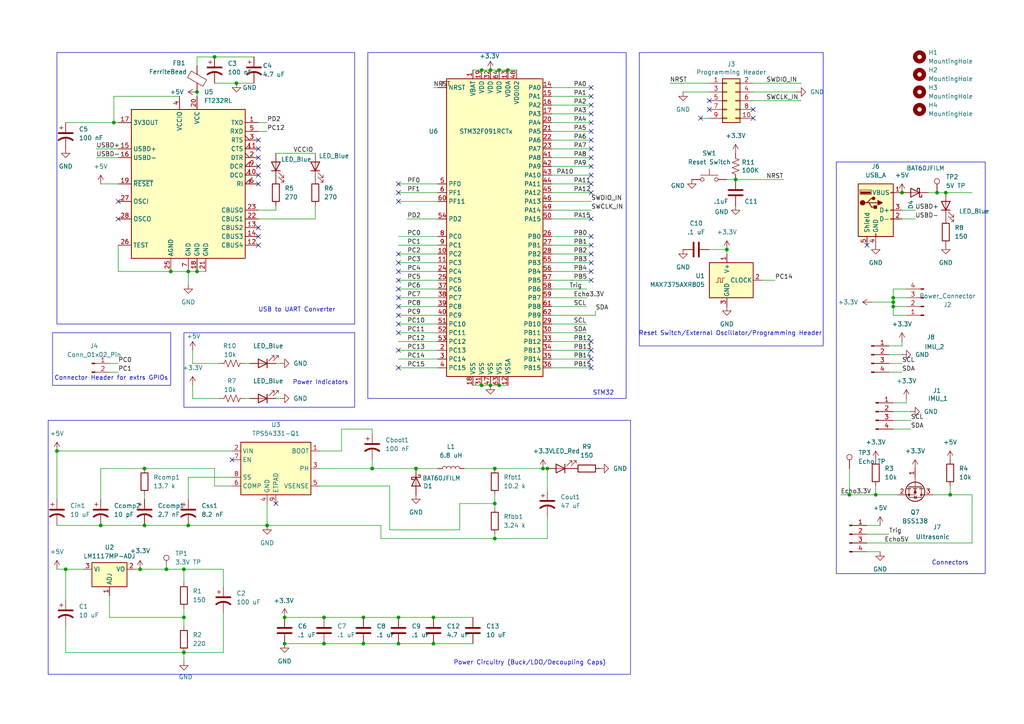
<source format=kicad_sch>
(kicad_sch (version 20231120) (generator "eeschema") (generator_version "8.0")
  (paper "A4")
  (junction (at 254 143.51))
  (junction (at 144.78 20.32))
  (junction (at 105.41 179.07))
  (junction (at 246.38 143.51))
  (junction (at 53.34 179.07))
  (junction (at 274.32 55.88))
  (junction (at 261.62 55.88))
  (junction (at 259.08 88.9))
  (junction (at 275.59 143.51))
  (junction (at 143.51 156.21))
  (junction (at 213.36 52.07))
  (junction (at 57.15 26.67))
  (junction (at 115.57 186.69))
  (junction (at 41.91 152.4))
  (junction (at 53.34 165.1))
  (junction (at 77.47 152.4))
  (junction (at 53.34 189.23))
  (junction (at 143.51 135.89))
  (junction (at 259.08 87.63))
  (junction (at 48.26 165.1))
  (junction (at 57.15 78.74))
  (junction (at 54.61 152.4))
  (junction (at 157.48 135.89))
  (junction (at 62.23 16.51))
  (junction (at 259.08 86.36))
  (junction (at 142.24 20.32))
  (junction (at 49.53 78.74))
  (junction (at 139.7 20.32))
  (junction (at 68.58 24.13))
  (junction (at 105.41 186.69))
  (junction (at 29.21 152.4))
  (junction (at 158.75 135.89))
  (junction (at 82.55 186.69))
  (junction (at 120.65 135.89))
  (junction (at 33.02 35.56))
  (junction (at 19.05 165.1))
  (junction (at 125.73 179.07))
  (junction (at 16.51 130.81))
  (junction (at 40.64 165.1))
  (junction (at 41.91 135.89))
  (junction (at 142.24 111.76))
  (junction (at 271.78 55.88))
  (junction (at 143.51 146.05))
  (junction (at 93.98 186.69))
  (junction (at 147.32 20.32))
  (junction (at 82.55 179.07))
  (junction (at 115.57 179.07))
  (junction (at 125.73 186.69))
  (junction (at 107.95 135.89))
  (junction (at 144.78 111.76))
  (junction (at 210.82 72.39))
  (junction (at 93.98 179.07))
  (junction (at 139.7 111.76))
  (junction (at 54.61 78.74))
  (no_connect (at 171.45 76.2))
  (no_connect (at 74.93 53.34))
  (no_connect (at 115.57 88.9))
  (no_connect (at 67.31 133.35))
  (no_connect (at 115.57 96.52))
  (no_connect (at 115.57 91.44))
  (no_connect (at 171.45 43.18))
  (no_connect (at 115.57 76.2))
  (no_connect (at 115.57 83.82))
  (no_connect (at 115.57 73.66))
  (no_connect (at 74.93 71.12))
  (no_connect (at 171.45 25.4))
  (no_connect (at 171.45 99.06))
  (no_connect (at 115.57 101.6))
  (no_connect (at 115.57 81.28))
  (no_connect (at 74.93 66.04))
  (no_connect (at 171.45 106.68))
  (no_connect (at 171.45 38.1))
  (no_connect (at 171.45 53.34))
  (no_connect (at 171.45 101.6))
  (no_connect (at 171.45 48.26))
  (no_connect (at 115.57 53.34))
  (no_connect (at 74.93 45.72))
  (no_connect (at 115.57 78.74))
  (no_connect (at 115.57 106.68))
  (no_connect (at 251.46 71.12))
  (no_connect (at 80.01 146.05))
  (no_connect (at 115.57 58.42))
  (no_connect (at 115.57 93.98))
  (no_connect (at 171.45 55.88))
  (no_connect (at 34.29 58.42))
  (no_connect (at 34.29 63.5))
  (no_connect (at 218.44 34.29))
  (no_connect (at 218.44 31.75))
  (no_connect (at 171.45 104.14))
  (no_connect (at 171.45 40.64))
  (no_connect (at 74.93 68.58))
  (no_connect (at 115.57 55.88))
  (no_connect (at 74.93 48.26))
  (no_connect (at 171.45 35.56))
  (no_connect (at 205.74 29.21))
  (no_connect (at 203.2 34.29))
  (no_connect (at 171.45 81.28))
  (no_connect (at 171.45 63.5))
  (no_connect (at 171.45 73.66))
  (no_connect (at 74.93 43.18))
  (no_connect (at 171.45 71.12))
  (no_connect (at 115.57 86.36))
  (no_connect (at 171.45 45.72))
  (no_connect (at 171.45 68.58))
  (no_connect (at 171.45 33.02))
  (no_connect (at 171.45 50.8))
  (no_connect (at 74.93 50.8))
  (no_connect (at 171.45 27.94))
  (no_connect (at 205.74 31.75))
  (no_connect (at 171.45 30.48))
  (no_connect (at 171.45 78.74))
  (no_connect (at 74.93 40.64))
  (wire (pts (xy 57.15 16.51) (xy 57.15 19.05)))
  (wire (pts (xy 55.88 111.76) (xy 55.88 115.57)))
  (wire (pts (xy 259.08 86.36) (xy 259.08 87.63)))
  (wire (pts (xy 264.16 124.46) (xy 259.08 124.46)))
  (wire (pts (xy 133.35 146.05) (xy 143.51 146.05)))
  (wire (pts (xy 261.62 99.06) (xy 261.62 100.33)))
  (wire (pts (xy 157.48 135.89) (xy 158.75 135.89)))
  (wire (pts (xy 218.44 29.21) (xy 232.41 29.21)))
  (wire (pts (xy 34.29 78.74) (xy 49.53 78.74)))
  (wire (pts (xy 62.23 135.89) (xy 62.23 140.97)))
  (wire (pts (xy 16.51 130.81) (xy 16.51 144.78)))
  (wire (pts (xy 54.61 152.4) (xy 77.47 152.4)))
  (wire (pts (xy 265.43 60.96) (xy 261.62 60.96)))
  (wire (pts (xy 259.08 83.82) (xy 259.08 86.36)))
  (wire (pts (xy 210.82 52.07) (xy 213.36 52.07)))
  (wire (pts (xy 80.01 59.69) (xy 80.01 60.96)))
  (wire (pts (xy 252.73 87.63) (xy 259.08 87.63)))
  (wire (pts (xy 160.02 106.68) (xy 171.45 106.68)))
  (wire (pts (xy 274.32 55.88) (xy 281.94 55.88)))
  (wire (pts (xy 198.12 26.67) (xy 205.74 26.67)))
  (wire (pts (xy 160.02 58.42) (xy 171.45 58.42)))
  (wire (pts (xy 259.08 119.38) (xy 264.16 119.38)))
  (wire (pts (xy 41.91 143.51) (xy 41.91 144.78)))
  (wire (pts (xy 257.81 100.33) (xy 261.62 100.33)))
  (wire (pts (xy 19.05 165.1) (xy 24.13 165.1)))
  (wire (pts (xy 144.78 111.76) (xy 147.32 111.76)))
  (wire (pts (xy 62.23 16.51) (xy 73.66 16.51)))
  (wire (pts (xy 220.98 81.28) (xy 224.79 81.28)))
  (wire (pts (xy 41.91 152.4) (xy 54.61 152.4)))
  (wire (pts (xy 54.61 78.74) (xy 54.61 82.55)))
  (wire (pts (xy 39.37 165.1) (xy 40.64 165.1)))
  (wire (pts (xy 40.64 165.1) (xy 48.26 165.1)))
  (wire (pts (xy 125.73 25.4) (xy 127 25.4)))
  (wire (pts (xy 115.57 186.69) (xy 125.73 186.69)))
  (wire (pts (xy 160.02 25.4) (xy 171.45 25.4)))
  (wire (pts (xy 160.02 76.2) (xy 171.45 76.2)))
  (wire (pts (xy 160.02 55.88) (xy 171.45 55.88)))
  (wire (pts (xy 49.53 78.74) (xy 54.61 78.74)))
  (wire (pts (xy 72.39 115.57) (xy 71.12 115.57)))
  (wire (pts (xy 160.02 81.28) (xy 171.45 81.28)))
  (wire (pts (xy 31.75 107.95) (xy 34.29 107.95)))
  (wire (pts (xy 115.57 58.42) (xy 127 58.42)))
  (wire (pts (xy 92.71 135.89) (xy 107.95 135.89)))
  (wire (pts (xy 81.28 115.57) (xy 80.01 115.57)))
  (wire (pts (xy 127 93.98) (xy 115.57 93.98)))
  (wire (pts (xy 160.02 60.96) (xy 171.45 60.96)))
  (wire (pts (xy 107.95 135.89) (xy 120.65 135.89)))
  (wire (pts (xy 139.7 20.32) (xy 142.24 20.32)))
  (wire (pts (xy 264.16 121.92) (xy 259.08 121.92)))
  (wire (pts (xy 143.51 146.05) (xy 143.51 147.32)))
  (wire (pts (xy 142.24 20.32) (xy 144.78 20.32)))
  (wire (pts (xy 16.51 165.1) (xy 19.05 165.1)))
  (wire (pts (xy 54.61 78.74) (xy 57.15 78.74)))
  (wire (pts (xy 139.7 111.76) (xy 142.24 111.76)))
  (wire (pts (xy 105.41 179.07) (xy 115.57 179.07)))
  (wire (pts (xy 107.95 124.46) (xy 107.95 125.73)))
  (wire (pts (xy 19.05 165.1) (xy 19.05 173.99)))
  (wire (pts (xy 269.24 55.88) (xy 271.78 55.88)))
  (wire (pts (xy 41.91 135.89) (xy 29.21 135.89)))
  (wire (pts (xy 62.23 24.13) (xy 68.58 24.13)))
  (wire (pts (xy 127 68.58) (xy 115.57 68.58)))
  (wire (pts (xy 113.03 140.97) (xy 113.03 153.67)))
  (wire (pts (xy 144.78 20.32) (xy 147.32 20.32)))
  (wire (pts (xy 160.02 68.58) (xy 171.45 68.58)))
  (wire (pts (xy 41.91 135.89) (xy 62.23 135.89)))
  (wire (pts (xy 160.02 43.18) (xy 171.45 43.18)))
  (wire (pts (xy 262.89 115.57) (xy 262.89 116.84)))
  (wire (pts (xy 127 104.14) (xy 115.57 104.14)))
  (wire (pts (xy 31.75 105.41) (xy 34.29 105.41)))
  (wire (pts (xy 205.74 72.39) (xy 210.82 72.39)))
  (wire (pts (xy 275.59 143.51) (xy 281.94 143.51)))
  (wire (pts (xy 77.47 152.4) (xy 110.49 152.4)))
  (wire (pts (xy 160.02 104.14) (xy 171.45 104.14)))
  (wire (pts (xy 137.16 111.76) (xy 139.7 111.76)))
  (wire (pts (xy 172.72 90.17) (xy 172.72 91.44)))
  (wire (pts (xy 259.08 88.9) (xy 259.08 91.44)))
  (wire (pts (xy 261.62 63.5) (xy 265.43 63.5)))
  (wire (pts (xy 218.44 24.13) (xy 232.41 24.13)))
  (wire (pts (xy 67.31 130.81) (xy 16.51 130.81)))
  (wire (pts (xy 158.75 149.86) (xy 158.75 156.21)))
  (wire (pts (xy 29.21 135.89) (xy 29.21 144.78)))
  (wire (pts (xy 92.71 140.97) (xy 113.03 140.97)))
  (wire (pts (xy 160.02 33.02) (xy 171.45 33.02)))
  (wire (pts (xy 125.73 179.07) (xy 137.16 179.07)))
  (wire (pts (xy 118.11 63.5) (xy 127 63.5)))
  (wire (pts (xy 160.02 86.36) (xy 170.18 86.36)))
  (wire (pts (xy 160.02 48.26) (xy 171.45 48.26)))
  (wire (pts (xy 53.34 165.1) (xy 64.77 165.1)))
  (wire (pts (xy 115.57 99.06) (xy 127 99.06)))
  (wire (pts (xy 127 81.28) (xy 115.57 81.28)))
  (wire (pts (xy 64.77 177.8) (xy 64.77 189.23)))
  (wire (pts (xy 91.44 63.5) (xy 74.93 63.5)))
  (wire (pts (xy 251.46 157.48) (xy 281.94 157.48)))
  (wire (pts (xy 127 71.12) (xy 115.57 71.12)))
  (wire (pts (xy 127 73.66) (xy 115.57 73.66)))
  (wire (pts (xy 257.81 107.95) (xy 261.62 107.95)))
  (wire (pts (xy 205.74 24.13) (xy 194.31 24.13)))
  (wire (pts (xy 160.02 91.44) (xy 172.72 91.44)))
  (wire (pts (xy 93.98 179.07) (xy 105.41 179.07)))
  (wire (pts (xy 127 55.88) (xy 115.57 55.88)))
  (wire (pts (xy 29.21 53.34) (xy 34.29 53.34)))
  (wire (pts (xy 160.02 45.72) (xy 171.45 45.72)))
  (wire (pts (xy 243.84 143.51) (xy 246.38 143.51)))
  (wire (pts (xy 125.73 186.69) (xy 137.16 186.69)))
  (wire (pts (xy 160.02 99.06) (xy 171.45 99.06)))
  (wire (pts (xy 27.94 45.72) (xy 34.29 45.72)))
  (wire (pts (xy 160.02 78.74) (xy 171.45 78.74)))
  (wire (pts (xy 53.34 189.23) (xy 53.34 191.77)))
  (wire (pts (xy 27.94 43.18) (xy 34.29 43.18)))
  (wire (pts (xy 113.03 153.67) (xy 133.35 153.67)))
  (wire (pts (xy 93.98 186.69) (xy 105.41 186.69)))
  (wire (pts (xy 160.02 63.5) (xy 171.45 63.5)))
  (wire (pts (xy 127 88.9) (xy 115.57 88.9)))
  (wire (pts (xy 259.08 86.36) (xy 262.89 86.36)))
  (wire (pts (xy 19.05 189.23) (xy 53.34 189.23)))
  (wire (pts (xy 33.02 35.56) (xy 33.02 27.94)))
  (wire (pts (xy 127 53.34) (xy 115.57 53.34)))
  (wire (pts (xy 254 143.51) (xy 260.35 143.51)))
  (wire (pts (xy 160.02 71.12) (xy 171.45 71.12)))
  (wire (pts (xy 74.93 38.1) (xy 77.47 38.1)))
  (wire (pts (xy 158.75 135.89) (xy 158.75 142.24)))
  (wire (pts (xy 80.01 60.96) (xy 74.93 60.96)))
  (wire (pts (xy 281.94 143.51) (xy 281.94 157.48)))
  (wire (pts (xy 34.29 71.12) (xy 34.29 78.74)))
  (wire (pts (xy 160.02 53.34) (xy 171.45 53.34)))
  (wire (pts (xy 68.58 24.13) (xy 73.66 24.13)))
  (wire (pts (xy 53.34 165.1) (xy 53.34 168.91)))
  (wire (pts (xy 259.08 83.82) (xy 262.89 83.82)))
  (wire (pts (xy 251.46 152.4) (xy 255.27 152.4)))
  (wire (pts (xy 246.38 135.89) (xy 246.38 143.51)))
  (wire (pts (xy 127 96.52) (xy 115.57 96.52)))
  (wire (pts (xy 134.62 135.89) (xy 143.51 135.89)))
  (wire (pts (xy 64.77 165.1) (xy 64.77 170.18)))
  (wire (pts (xy 251.46 154.94) (xy 257.81 154.94)))
  (wire (pts (xy 110.49 152.4) (xy 110.49 156.21)))
  (wire (pts (xy 19.05 181.61) (xy 19.05 189.23)))
  (wire (pts (xy 158.75 156.21) (xy 143.51 156.21)))
  (wire (pts (xy 91.44 59.69) (xy 91.44 63.5)))
  (wire (pts (xy 82.55 179.07) (xy 93.98 179.07)))
  (wire (pts (xy 64.77 189.23) (xy 53.34 189.23)))
  (wire (pts (xy 127 78.74) (xy 115.57 78.74)))
  (wire (pts (xy 115.57 179.07) (xy 125.73 179.07)))
  (wire (pts (xy 160.02 27.94) (xy 171.45 27.94)))
  (wire (pts (xy 143.51 143.51) (xy 143.51 146.05)))
  (wire (pts (xy 127 91.44) (xy 115.57 91.44)))
  (wire (pts (xy 31.75 179.07) (xy 53.34 179.07)))
  (wire (pts (xy 120.65 135.89) (xy 127 135.89)))
  (wire (pts (xy 270.51 143.51) (xy 275.59 143.51)))
  (wire (pts (xy 53.34 179.07) (xy 53.34 181.61)))
  (wire (pts (xy 127 83.82) (xy 115.57 83.82)))
  (wire (pts (xy 160.02 50.8) (xy 171.45 50.8)))
  (wire (pts (xy 160.02 93.98) (xy 170.18 93.98)))
  (wire (pts (xy 143.51 135.89) (xy 157.48 135.89)))
  (wire (pts (xy 81.28 105.41) (xy 80.01 105.41)))
  (wire (pts (xy 53.34 176.53) (xy 53.34 179.07)))
  (wire (pts (xy 259.08 91.44) (xy 262.89 91.44)))
  (wire (pts (xy 92.71 130.81) (xy 99.06 130.81)))
  (wire (pts (xy 160.02 88.9) (xy 170.18 88.9)))
  (wire (pts (xy 74.93 35.56) (xy 77.47 35.56)))
  (wire (pts (xy 259.08 88.9) (xy 262.89 88.9)))
  (wire (pts (xy 63.5 115.57) (xy 55.88 115.57)))
  (wire (pts (xy 77.47 146.05) (xy 77.47 152.4)))
  (wire (pts (xy 29.21 152.4) (xy 41.91 152.4)))
  (wire (pts (xy 19.05 35.56) (xy 33.02 35.56)))
  (wire (pts (xy 213.36 52.07) (xy 227.33 52.07)))
  (wire (pts (xy 105.41 186.69) (xy 115.57 186.69)))
  (wire (pts (xy 259.08 87.63) (xy 259.08 88.9)))
  (wire (pts (xy 127 86.36) (xy 115.57 86.36)))
  (wire (pts (xy 143.51 156.21) (xy 143.51 154.94)))
  (wire (pts (xy 218.44 26.67) (xy 231.14 26.67)))
  (wire (pts (xy 80.01 44.45) (xy 91.44 44.45)))
  (wire (pts (xy 254 140.97) (xy 254 143.51)))
  (wire (pts (xy 67.31 138.43) (xy 54.61 138.43)))
  (wire (pts (xy 82.55 186.69) (xy 93.98 186.69)))
  (wire (pts (xy 63.5 105.41) (xy 55.88 105.41)))
  (wire (pts (xy 271.78 55.88) (xy 274.32 55.88)))
  (wire (pts (xy 205.74 34.29) (xy 203.2 34.29)))
  (wire (pts (xy 62.23 16.51) (xy 57.15 16.51)))
  (wire (pts (xy 33.02 35.56) (xy 34.29 35.56)))
  (wire (pts (xy 160.02 30.48) (xy 171.45 30.48)))
  (wire (pts (xy 160.02 40.64) (xy 171.45 40.64)))
  (wire (pts (xy 62.23 140.97) (xy 67.31 140.97)))
  (wire (pts (xy 160.02 83.82) (xy 170.18 83.82)))
  (wire (pts (xy 259.08 116.84) (xy 262.89 116.84)))
  (wire (pts (xy 57.15 26.67) (xy 57.15 27.94)))
  (wire (pts (xy 31.75 172.72) (xy 31.75 179.07)))
  (wire (pts (xy 16.51 152.4) (xy 29.21 152.4)))
  (wire (pts (xy 160.02 101.6) (xy 171.45 101.6)))
  (wire (pts (xy 246.38 143.51) (xy 254 143.51)))
  (wire (pts (xy 55.88 101.6) (xy 55.88 105.41)))
  (wire (pts (xy 257.81 105.41) (xy 261.62 105.41)))
  (wire (pts (xy 275.59 143.51) (xy 275.59 140.97)))
  (wire (pts (xy 57.15 78.74) (xy 59.69 78.74)))
  (wire (pts (xy 142.24 111.76) (xy 144.78 111.76)))
  (wire (pts (xy 99.06 130.81) (xy 99.06 124.46)))
  (wire (pts (xy 107.95 133.35) (xy 107.95 135.89)))
  (wire (pts (xy 110.49 156.21) (xy 143.51 156.21)))
  (wire (pts (xy 257.81 102.87) (xy 261.62 102.87)))
  (wire (pts (xy 133.35 153.67) (xy 133.35 146.05)))
  (wire (pts (xy 251.46 160.02) (xy 255.27 160.02)))
  (wire (pts (xy 147.32 20.32) (xy 149.86 20.32)))
  (wire (pts (xy 137.16 20.32) (xy 139.7 20.32)))
  (wire (pts (xy 54.61 138.43) (xy 54.61 144.78)))
  (wire (pts (xy 127 76.2) (xy 115.57 76.2)))
  (wire (pts (xy 160.02 96.52) (xy 170.18 96.52)))
  (wire (pts (xy 160.02 73.66) (xy 171.45 73.66)))
  (wire (pts (xy 127 101.6) (xy 115.57 101.6)))
  (wire (pts (xy 48.26 165.1) (xy 53.34 165.1)))
  (wire (pts (xy 72.39 105.41) (xy 71.12 105.41)))
  (wire (pts (xy 160.02 38.1) (xy 171.45 38.1)))
  (wire (pts (xy 127 106.68) (xy 115.57 106.68)))
  (wire (pts (xy 160.02 35.56) (xy 171.45 35.56)))
  (wire (pts (xy 99.06 124.46) (xy 107.95 124.46)))
  (wire (pts (xy 33.02 27.94) (xy 52.07 27.94)))
  (wire (pts (xy 210.82 72.39) (xy 210.82 73.66)))
  (rectangle (start 16.51 15.24) (end 102.87 93.98))
  (rectangle (start 13.97 121.92) (end 182.88 195.58))
  (rectangle (start 15.24 96.52) (end 49.53 111.76))
  (rectangle (start 185.42 15.24) (end 238.76 100.33))
  (rectangle (start 242.57 46.99) (end 285.75 166.37))
  (rectangle (start 106.68 15.24) (end 181.61 115.57))
  (rectangle (start 53.34 96.52) (end 102.87 118.11))
  (text "STM32" (at 175.006 114.046 0) (effects (font (size 1.27 1.27))))
  (text "USB to UART Converter" (at 86.106 89.916 0) (effects (font (size 1.27 1.27))))
  (text "Power Circuitry (Buck/LDO/Decoupling Caps)" (at 153.67 192.278 0) (effects (font (size 1.27 1.27))))
  (text "Reset Switch/External Oscillator/Programming Header" (at 211.836 96.774 0) (effects (font (size 1.27 1.27))))
  (text "Connectors" (at 275.59 163.322 0) (effects (font (size 1.27 1.27))))
  (text "Connector Header for extrs GPIOs" (at 32.258 109.728 0) (effects (font (size 1.27 1.27))))
  (text "Power Indicators" (at 92.964 110.998 0) (effects (font (size 1.27 1.27))))
  (label "PA12" (at 166.37 55.88 0))
  (label "PA3" (at 166.37 33.02 0))
  (label "PC2" (at 118.11 73.66 0))
  (label "PA2" (at 166.37 30.48 0))
  (label "PB1" (at 166.37 71.12 0))
  (label "Trig" (at 165.1 83.82 0))
  (label "PC15" (at 118.11 106.68 0))
  (label "PB2" (at 166.37 73.66 0))
  (label "SCL" (at 264.16 121.92 0))
  (label "PC11" (at 118.11 96.52 0))
  (label "PC1" (at 118.11 71.12 0))
  (label "PC4" (at 118.11 78.74 0))
  (label "PC13" (at 118.11 101.6 0))
  (label "SWDIO_IN" (at 222.25 24.13 0))
  (label "PA5" (at 166.37 38.1 0))
  (label "PC7" (at 118.11 86.36 0))
  (label "PC5" (at 118.11 81.28 0))
  (label "PC12" (at 118.11 99.06 0))
  (label "PC10" (at 118.11 93.98 0))
  (label "SWCLK_IN" (at 171.45 60.96 0))
  (label "PF1" (at 118.11 55.88 0))
  (label "PC1" (at 34.29 107.95 0))
  (label "PC0" (at 118.11 68.58 0))
  (label "PC0" (at 34.29 105.41 0))
  (label "PC8" (at 118.11 88.9 0))
  (label "PB14" (at 166.37 104.14 0))
  (label "PA1" (at 166.37 27.94 0))
  (label "PF0" (at 118.11 53.34 0))
  (label "USBD+" (at 265.43 60.96 0))
  (label "PA9" (at 166.37 48.26 0))
  (label "Echo3.3V" (at 166.37 86.36 0))
  (label "PB0" (at 166.37 68.58 0))
  (label "PC3" (at 118.11 76.2 0))
  (label "PB3" (at 166.37 76.2 0))
  (label "NRST" (at 125.73 25.4 0))
  (label "PC14" (at 118.11 104.14 0))
  (label "USBD-" (at 27.94 45.72 0))
  (label "PB5" (at 166.37 81.28 0))
  (label "SDA" (at 261.62 107.95 0))
  (label "SCL" (at 261.62 105.41 0))
  (label "PC9" (at 118.11 91.44 0))
  (label "PA8" (at 166.37 45.72 0))
  (label "SCL" (at 166.37 93.98 0))
  (label "Echo3.3V" (at 243.84 143.51 0))
  (label "SCL" (at 166.37 88.9 0))
  (label "PB4" (at 166.37 78.74 0))
  (label "PD2" (at 118.11 63.5 0))
  (label "PA10" (at 166.37 50.8 180))
  (label "Trig" (at 257.81 154.94 0))
  (label "SWDIO_IN" (at 171.45 58.42 0))
  (label "PB15" (at 166.37 106.68 0))
  (label "PB12" (at 166.37 99.06 0))
  (label "PB13" (at 166.37 101.6 0))
  (label "PD2" (at 77.47 35.56 0))
  (label "PA4" (at 166.37 35.56 0))
  (label "SDA" (at 172.72 90.17 0))
  (label "NRST" (at 194.31 24.13 0))
  (label "PC14" (at 224.79 81.28 0))
  (label "PC12" (at 77.47 38.1 0))
  (label "PC6" (at 118.11 83.82 0))
  (label "PA11" (at 166.37 53.34 0))
  (label "NRST" (at 222.25 52.07 0))
  (label "SWCLK_IN" (at 222.25 29.21 0))
  (label "PA15" (at 166.37 63.5 0))
  (label "PA6" (at 166.37 40.64 0))
  (label "USBD+" (at 27.94 43.18 0))
  (label "SDA" (at 264.16 124.46 0))
  (label "VCCIO" (at 85.09 44.45 0))
  (label "PA7" (at 166.37 43.18 0))
  (label "USBD-" (at 265.43 63.5 0))
  (label "SDA" (at 166.37 96.52 0))
  (label "PA0" (at 166.37 25.4 0))
  (label "Echo5V" (at 256.54 157.48 0))
  (symbol (lib_id "Device:C") (at 93.98 182.88 0) (unit 1)
    (property "Reference" "C7" (at 97.79 181.6099 0) (effects (justify left)))
    (property "Value" ".1 uF" (at 97.79 184.1499 0) (effects (justify left)))
    (property "Footprint" "Capacitor_SMD:C_1206_3216Metric_Pad1.33x1.80mm_HandSolder" (effects (hide yes)))
    (property "Description" "Unpolarized capacitor" (effects (hide yes)))
  )
  (symbol (lib_id "Device:R") (at 91.44 55.88 0) (unit 1)
    (property "Reference" "R6" (at 93.98 54.6099 0) (effects (justify left)))
    (property "Value" "270" (at 93.98 57.1499 0) (effects (justify left)))
    (property "Footprint" "Capacitor_SMD:C_0805_2012Metric_Pad1.18x1.45mm_HandSolder" (effects (hide yes)))
    (property "Description" "Resistor" (effects (hide yes)))
  )
  (symbol (lib_id "power:GND") (at 81.28 105.41 90) (unit 1)
    (property "Reference" "#PWR034" (effects (hide yes)))
    (property "Value" "GND" (at 85.09 105.4099 90) (effects (justify right)))
    (property "Description" "Power symbol creates a global label with name \"GND\" , ground" (effects (hide yes)))
  )
  (symbol (lib_id "Device:C_Polarized_US") (at 158.75 146.05 0) (unit 1)
    (property "Reference" "Cout1" (at 162.56 144.1449 0) (effects (justify left)))
    (property "Value" "47 uF" (at 162.56 146.6849 0) (effects (justify left)))
  )
  (symbol (lib_id "Regulator_Linear:LM1117MP-ADJ") (at 31.75 165.1 0) (unit 1)
    (property "Reference" "U2" (at 31.75 158.75 0))
    (property "Value" "LM1117MP-ADJ" (at 31.75 161.29 0))
    (property "Footprint" "Package_TO_SOT_SMD:SOT-223-3_TabPin2" (effects (hide yes)))
    (property "Datasheet" "http://www.ti.com/lit/ds/symlink/lm1117.pdf" (effects (hide yes)))
    (property "Description" "800mA Low-Dropout Linear Regulator, adjustable output, SOT-223" (effects (hide yes)))
  )
  (symbol (lib_id "Device:C_Polarized_US") (at 19.05 39.37 0) (unit 1)
    (property "Reference" "C5" (at 22.86 37.4649 0) (effects (justify left)))
    (property "Value" "100 nF" (at 22.86 40.0049 0) (effects (justify left)))
    (property "Footprint" "Capacitor_SMD:C_1206_3216Metric_Pad1.33x1.80mm_HandSolder" (effects (hide yes)))
  )
  (symbol (lib_id "power:GND") (at 198.12 72.39 0) (unit 1)
    (property "Reference" "#PWR018" (effects (hide yes)))
    (property "Value" "GND" (at 198.12 77.47 0))
    (property "Description" "Power symbol creates a global label with name \"GND\" , ground" (effects (hide yes)))
  )
  (symbol (lib_id "power:+3.3V") (at 210.82 72.39 0) (unit 1)
    (property "Reference" "#PWR015" (effects (hide yes)))
    (property "Value" "+3.3V" (at 210.82 67.31 0))
    (property "Description" "Power symbol creates a global label with name \"+3.3V\"" (effects (hide yes)))
  )
  (symbol (lib_id "Device:C") (at 105.41 182.88 0) (unit 1)
    (property "Reference" "C8" (at 109.22 181.6099 0) (effects (justify left)))
    (property "Value" ".1 uF" (at 109.22 184.1499 0) (effects (justify left)))
    (property "Footprint" "Capacitor_SMD:C_1206_3216Metric_Pad1.33x1.80mm_HandSolder" (effects (hide yes)))
    (property "Description" "Unpolarized capacitor" (effects (hide yes)))
  )
  (symbol (lib_id "power:+3.3V") (at 82.55 179.07 0) (unit 1)
    (property "Reference" "#PWR020" (effects (hide yes)))
    (property "Value" "+3.3V" (at 82.296 174.244 0))
    (property "Description" "Power symbol creates a global label with name \"+3.3V\"" (effects (hide yes)))
  )
  (symbol (lib_id "power:+5V") (at 16.51 165.1 0) (unit 1)
    (property "Reference" "#PWR014" (effects (hide yes)))
    (property "Value" "+5V" (at 16.51 160.02 0))
    (property "Description" "Power symbol creates a global label with name \"+5V\"" (effects (hide yes)))
  )
  (symbol (lib_id "Device:C_Polarized_US") (at 16.51 148.59 0) (unit 1)
    (property "Reference" "Cin1" (at 20.32 146.6849 0) (effects (justify left)))
    (property "Value" "10 uF" (at 20.32 149.2249 0) (effects (justify left)))
    (property "Footprint" "Capacitor_SMD:C_1206_3216Metric_Pad1.33x1.80mm_HandSolder" (effects (hide yes)))
  )
  (symbol (lib_id "power:+3.3V") (at 157.48 135.89 0) (unit 1)
    (property "Reference" "#PWR09" (effects (hide yes)))
    (property "Value" "+3.3V" (at 157.48 130.81 0))
    (property "Description" "Power symbol creates a global label with name \"+3.3V\"" (effects (hide yes)))
  )
  (symbol (lib_id "Device:D_Schottky") (at 265.43 55.88 180) (unit 1)
    (property "Reference" "D4" (at 264.16 60.706 90) (effects (justify right)))
    (property "Value" "BAT60JFILM" (at 262.89 48.768 0) (effects (justify right)))
    (property "Footprint" "Diode_SMD:D_0805_2012Metric_Pad1.15x1.40mm_HandSolder" (effects (hide yes)))
    (property "Description" "Schottky diode" (effects (hide yes)))
  )
  (symbol (lib_id "Device:C") (at 137.16 182.88 0) (unit 1)
    (property "Reference" "C13" (at 140.97 181.6099 0) (effects (justify left)))
    (property "Value" "10 uF" (at 140.97 184.1499 0) (effects (justify left)))
    (property "Footprint" "Capacitor_SMD:C_1206_3216Metric_Pad1.33x1.80mm_HandSolder" (effects (hide yes)))
    (property "Description" "Unpolarized capacitor" (effects (hide yes)))
  )
  (symbol (lib_id "power:GND") (at 54.61 82.55 0) (unit 1)
    (property "Reference" "#PWR0105" (effects (hide yes)))
    (property "Value" "GND" (at 54.61 87.63 0))
    (property "Description" "Power symbol creates a global label with name \"GND\" , ground" (effects (hide yes)))
  )
  (symbol (lib_id "power:+5V") (at 29.21 53.34 0) (unit 1)
    (property "Reference" "#PWR012" (effects (hide yes)))
    (property "Value" "+5V" (at 29.21 48.26 0))
    (property "Description" "Power symbol creates a global label with name \"+5V\"" (effects (hide yes)))
  )
  (symbol (lib_id "power:+5V") (at 255.27 152.4 0) (unit 1)
    (property "Reference" "#PWR011" (effects (hide yes)))
    (property "Value" "+5V" (at 255.27 147.32 0))
    (property "Description" "Power symbol creates a global label with name \"+5V\"" (effects (hide yes)))
  )
  (symbol (lib_id "Switch:SW_Push") (at 205.74 52.07 0) (unit 1)
    (property "Reference" "SW1" (at 205.74 44.45 0))
    (property "Value" "Reset Switch" (at 205.74 46.99 0))
    (property "Footprint" "Button_Switch_SMD:SW_SPST_PTS645" (effects (hide yes)))
    (property "Description" "Push button switch, generic, two pins" (effects (hide yes)))
  )
  (symbol (lib_id "power:+5V") (at 55.88 101.6 0) (unit 1)
    (property "Reference" "#PWR019" (effects (hide yes)))
    (property "Value" "+5V" (at 54.102 97.536 0) (effects (justify left)))
    (property "Description" "Power symbol creates a global label with name \"+5V\"" (effects (hide yes)))
  )
  (symbol (lib_name "BSS138_1") (lib_id "Transistor_FET:BSS138") (at 265.43 140.97 270) (unit 1)
    (property "Reference" "Q7" (at 265.43 148.59 90))
    (property "Value" "BSS138" (at 265.43 151.13 90))
    (property "Footprint" "Package_TO_SOT_SMD:SOT-23" (effects (hide yes)))
    (property "Datasheet" "https://www.onsemi.com/pub/Collateral/BSS138-D.PDF" (effects (hide yes)))
    (property "Description" "50V Vds, 0.22A Id, N-Channel MOSFET, SOT-23" (effects (hide yes)))
  )
  (symbol (lib_id "power:GND") (at 255.27 160.02 0) (unit 1)
    (property "Reference" "#PWR033" (effects (hide yes)))
    (property "Value" "GND" (at 255.27 165.1 0))
    (property "Description" "Power symbol creates a global label with name \"GND\" , ground" (effects (hide yes)))
  )
  (symbol (lib_id "Device:C_Polarized_US") (at 54.61 148.59 0) (unit 1)
    (property "Reference" "Css1" (at 58.42 146.6849 0) (effects (justify left)))
    (property "Value" "8.2 nF" (at 58.42 149.2249 0) (effects (justify left)))
    (property "Footprint" "Capacitor_SMD:C_1206_3216Metric_Pad1.33x1.80mm_HandSolder" (effects (hide yes)))
  )
  (symbol (lib_id "Device:R_US") (at 67.31 105.41 270) (unit 1)
    (property "Reference" "R10" (at 68.58 100.33 90) (effects (justify right)))
    (property "Value" "10k" (at 68.58 102.87 90) (effects (justify right)))
    (property "Footprint" "Resistor_SMD:R_0805_2012Metric_Pad1.20x1.40mm_HandSolder" (effects (hide yes)))
  )
  (symbol (lib_id "power:GND") (at 82.55 186.69 0) (unit 1)
    (property "Reference" "#PWR021" (effects (hide yes)))
    (property "Value" "GND" (at 82.55 191.77 0))
    (property "Description" "Power symbol creates a global label with name \"GND\" , ground" (effects (hide yes)))
  )
  (symbol (lib_id "Device:C") (at 115.57 182.88 0) (unit 1)
    (property "Reference" "C9" (at 119.38 181.6099 0) (effects (justify left)))
    (property "Value" ".1 uF" (at 119.38 184.1499 0) (effects (justify left)))
    (property "Footprint" "Capacitor_SMD:C_1206_3216Metric_Pad1.33x1.80mm_HandSolder" (effects (hide yes)))
    (property "Description" "Unpolarized capacitor" (effects (hide yes)))
  )
  (symbol (lib_id "Device:R_US") (at 67.31 115.57 270) (unit 1)
    (property "Reference" "R7" (at 68.58 110.49 90) (effects (justify right)))
    (property "Value" "10k" (at 68.58 113.03 90) (effects (justify right)))
    (property "Footprint" "Resistor_SMD:R_0805_2012Metric_Pad1.20x1.40mm_HandSolder" (effects (hide yes)))
  )
  (symbol (lib_id "Device:R") (at 53.34 185.42 0) (unit 1)
    (property "Reference" "R2" (at 55.88 184.1499 0) (effects (justify left)))
    (property "Value" "220" (at 55.88 186.6899 0) (effects (justify left)))
    (property "Footprint" "Resistor_SMD:R_0805_2012Metric_Pad1.20x1.40mm_HandSolder" (effects (hide yes)))
  )
  (symbol (lib_id "power:GND") (at 198.12 26.67 0) (unit 1)
    (property "Reference" "#PWR06" (effects (hide yes)))
    (property "Value" "GND" (at 198.12 31.75 0))
    (property "Description" "Power symbol creates a global label with name \"GND\" , ground" (effects (hide yes)))
  )
  (symbol (lib_id "MCU_ST_STM32F0:STM32F091RCTx") (at 144.78 66.04 0) (unit 1)
    (property "Reference" "U6" (at 125.73 38.1 0))
    (property "Value" "STM32F091RCTx" (at 140.97 38.1 0))
    (property "Footprint" "Package_QFP:LQFP-64_10x10mm_P0.5mm" (effects (hide yes)))
    (property "Datasheet" "http://www.st.com/st-web-ui/static/active/en/resource/technical/document/datasheet/DM00115237.pdf" (effects (hide yes)))
  )
  (symbol (lib_id "Device:R_US") (at 213.36 48.26 0) (unit 1)
    (property "Reference" "R11" (at 215.0872 47.0916 0) (effects (justify left)))
    (property "Value" "100K" (at 215.0872 49.403 0) (effects (justify left)))
    (property "Footprint" "Resistor_SMD:R_0805_2012Metric_Pad1.20x1.40mm_HandSolder" (effects (hide yes)))
  )
  (symbol (lib_id "Device:R") (at 170.18 135.89 90) (unit 1)
    (property "Reference" "R9" (at 170.18 129.54 90))
    (property "Value" "150" (at 170.18 132.08 90))
    (property "Footprint" "Resistor_SMD:R_1206_3216Metric_Pad1.30x1.75mm_HandSolder" (effects (hide yes)))
    (property "Description" "Resistor" (effects (hide yes)))
  )
  (symbol (lib_id "power:GND") (at 261.62 102.87 90) (unit 1)
    (property "Reference" "#PWR031" (effects (hide yes)))
    (property "Value" "GND" (at 265.43 102.8699 90) (effects (justify right)))
    (property "Description" "Power symbol creates a global label with name \"GND\" , ground" (effects (hide yes)))
  )
  (symbol (lib_id "Mechanical:MountingHole") (at 266.7 16.51 0) (unit 1) (exclude_from_sim yes) (in_bom no)
    (property "Reference" "H1" (at 269.24 15.2399 0) (effects (justify left)))
    (property "Value" "MountingHole" (at 269.24 17.7799 0) (effects (justify left)))
    (property "Footprint" "MountingHole:MountingHole_2.2mm_M2" (effects (hide yes)))
    (property "Description" "Mounting Hole without connection" (effects (hide yes)))
  )
  (symbol (lib_id "power:+5V") (at 16.51 130.81 0) (unit 1)
    (property "Reference" "#PWR016" (effects (hide yes)))
    (property "Value" "+5V" (at 16.51 125.73 0))
    (property "Description" "Power symbol creates a global label with name \"+5V\"" (effects (hide yes)))
  )
  (symbol (lib_id "Device:LED") (at 80.01 48.26 90) (unit 1)
    (property "Reference" "D2" (effects (hide yes)))
    (property "Value" "LED_Blue" (at 81.534 46.228 90) (effects (justify right)))
    (property "Footprint" "LED_SMD:LED_0805_2012Metric_Pad1.15x1.40mm_HandSolder" (effects (hide yes)))
    (property "Description" "Light emitting diode" (effects (hide yes)))
  )
  (symbol (lib_id "Device:R") (at 80.01 55.88 0) (unit 1)
    (property "Reference" "R5" (at 82.55 54.6099 0) (effects (justify left)))
    (property "Value" "270" (at 82.55 57.1499 0) (effects (justify left)))
    (property "Footprint" "Resistor_SMD:R_0805_2012Metric_Pad1.20x1.40mm_HandSolder" (effects (hide yes)))
    (property "Description" "Resistor" (effects (hide yes)))
  )
  (symbol (lib_id "Connector:USB_A") (at 254 60.96 0) (unit 1)
    (property "Reference" "J6" (at 254 48.26 0))
    (property "Value" "USB_A" (at 254 50.8 0))
    (property "Description" "USB Type A connector" (effects (hide yes)))
  )
  (symbol (lib_id "Device:LED") (at 162.56 135.89 180) (unit 1)
    (property "Reference" "D7" (effects (hide yes)))
    (property "Value" "LED_Red" (at 164.1475 130.81 0))
    (property "Footprint" "LED_SMD:LED_0805_2012Metric_Pad1.15x1.40mm_HandSolder" (effects (hide yes)))
    (property "Description" "Light emitting diode" (effects (hide yes)))
  )
  (symbol (lib_id "power:GND") (at 231.14 26.67 90) (unit 1)
    (property "Reference" "#PWR035" (effects (hide yes)))
    (property "Value" "GND" (at 234.95 26.6699 90) (effects (justify right)))
    (property "Description" "Power symbol creates a global label with name \"GND\" , ground" (effects (hide yes)))
  )
  (symbol (lib_id "power:GND") (at 254 71.12 0) (unit 1)
    (property "Reference" "#PWR0106" (effects (hide yes)))
    (property "Value" "GND" (at 254 76.2 0))
    (property "Description" "Power symbol creates a global label with name \"GND\" , ground" (effects (hide yes)))
  )
  (symbol (lib_id "Device:R") (at 53.34 172.72 0) (unit 1)
    (property "Reference" "R1" (at 55.88 171.4499 0) (effects (justify left)))
    (property "Value" "150" (at 55.88 173.9899 0) (effects (justify left)))
    (property "Footprint" "Resistor_SMD:R_0805_2012Metric_Pad1.20x1.40mm_HandSolder" (effects (hide yes)))
  )
  (symbol (lib_id "Connector:Conn_01x04_Pin") (at 252.73 102.87 0) (unit 1)
    (property "Reference" "J8" (at 270.002 97.79 0))
    (property "Value" "IMU_2" (at 271.018 100.584 0))
    (property "Footprint" "Library:CONN_B4B-XH-A_JSTProject" (effects (hide yes)))
    (property "Description" "Generic connector, single row, 01x04, script generated" (effects (hide yes)))
  )
  (symbol (lib_id "Oscillator:MAX7375AXR805") (at 210.82 81.28 0) (unit 1)
    (property "Reference" "U1" (at 204.47 80.0099 0) (effects (justify right)))
    (property "Value" "MAX7375AXR805" (at 204.47 82.5499 0) (effects (justify right)))
    (property "Footprint" "Package_TO_SOT_SMD:SOT-323_SC-70" (effects (hide yes)))
    (property "Datasheet" "https://datasheets.maximintegrated.com/en/ds/MAX7375.pdf" (effects (hide yes)))
    (property "Description" "Silicon Clock Oscillator 8MHz, SC-70-3" (effects (hide yes)))
  )
  (symbol (lib_id "Device:L") (at 130.81 135.89 90) (unit 1)
    (property "Reference" "L1" (at 130.81 129.54 90))
    (property "Value" "6.8 uH" (at 130.81 132.08 90))
    (property "Footprint" "Inductor_SMD:L_1206_3216Metric" (effects (hide yes)))
  )
  (symbol (lib_id "Device:C_Polarized_US") (at 64.77 173.99 0) (unit 1)
    (property "Reference" "C2" (at 68.58 172.0849 0) (effects (justify left)))
    (property "Value" "100 uF" (at 68.58 174.6249 0) (effects (justify left)))
    (property "Footprint" "Capacitor_SMD:C_1206_3216Metric_Pad1.33x1.80mm_HandSolder" (effects (hide yes)))
  )
  (symbol (lib_id "Mechanical:MountingHole") (at 266.7 26.67 0) (unit 1) (exclude_from_sim yes) (in_bom no)
    (property "Reference" "H3" (at 269.24 25.3999 0) (effects (justify left)))
    (property "Value" "MountingHole" (at 269.24 27.9399 0) (effects (justify left)))
    (property "Footprint" "MountingHole:MountingHole_2.2mm_M2" (effects (hide yes)))
    (property "Description" "Mounting Hole without connection" (effects (hide yes)))
  )
  (symbol (lib_id "power:+5V") (at 275.59 133.35 0) (unit 1)
    (property "Reference" "#PWR08" (effects (hide yes)))
    (property "Value" "+5V" (at 275.59 128.27 0))
    (property "Description" "Power symbol creates a global label with name \"+5V\"" (effects (hide yes)))
  )
  (symbol (lib_id "power:+3.3V") (at 213.36 44.45 0) (unit 1)
    (property "Reference" "#PWR027" (effects (hide yes)))
    (property "Value" "+3.3V" (at 213.36 39.37 0))
    (property "Description" "Power symbol creates a global label with name \"+3.3V\"" (effects (hide yes)))
  )
  (symbol (lib_id "power:GND") (at 264.16 119.38 90) (unit 1)
    (property "Reference" "#PWR030" (effects (hide yes)))
    (property "Value" "GND" (at 267.97 119.3799 90) (effects (justify right)))
    (property "Description" "Power symbol creates a global label with name \"GND\" , ground" (effects (hide yes)))
  )
  (symbol (lib_id "power:GND") (at 81.28 115.57 90) (unit 1)
    (property "Reference" "#PWR025" (effects (hide yes)))
    (property "Value" "GND" (at 85.09 115.5699 90) (effects (justify right)))
    (property "Description" "Power symbol creates a global label with name \"GND\" , ground" (effects (hide yes)))
  )
  (symbol (lib_id "Regulator_Switching:TPS54336ADDA") (at 80.01 135.89 0) (unit 1)
    (property "Reference" "U3" (at 80.01 123.19 0))
    (property "Value" "TPS54331-Q1" (at 80.01 125.73 0))
    (property "Footprint" "Package_SO:TI_SO-PowerPAD-8_ThermalVias" (effects (hide yes)))
    (property "Datasheet" "http://www.ti.com/lit/ds/symlink/tps54336a.pdf" (effects (hide yes)))
    (property "Description" "4.5V to 28V Input, 3A, Synchronous Step-Down Converter with Eco-mode(tm)" (effects (hide yes)))
  )
  (symbol (lib_id "Device:C_Polarized_US") (at 41.91 148.59 0) (unit 1)
    (property "Reference" "Ccomp1" (at 45.72 146.6849 0) (effects (justify left)))
    (property "Value" "2.7 nF" (at 45.72 149.2249 0) (effects (justify left)))
    (property "Footprint" "Capacitor_SMD:C_1206_3216Metric_Pad1.33x1.80mm_HandSolder" (effects (hide yes)))
  )
  (symbol (lib_name "Conn_01x04_Pin_3") (lib_id "Connector:Conn_01x04_Pin") (at 267.97 88.9 180) (unit 1)
    (property "Reference" "J2" (at 274.828 88.392 0))
    (property "Value" "Power_Connector" (at 274.828 85.852 0))
    (property "Description" "Generic connector, single row, 01x04, script generated" (effects (hide yes)))
  )
  (symbol (lib_id "Device:D_Schottky") (at 120.65 139.7 270) (unit 1)
    (property "Reference" "D1" (at 125.476 140.97 90) (effects (justify right)))
    (property "Value" "BAT60JFILM" (at 133.604 138.684 90) (effects (justify right)))
    (property "Footprint" "Diode_SMD:D_0805_2012Metric_Pad1.15x1.40mm_HandSolder" (effects (hide yes)))
    (property "Description" "Schottky diode" (effects (hide yes)))
  )
  (symbol (lib_id "Device:LED") (at 274.32 59.69 90) (unit 1)
    (property "Reference" "D8" (effects (hide yes)))
    (property "Value" "LED_Blue" (at 278.13 61.2774 90) (effects (justify right)))
    (property "Footprint" "LED_SMD:LED_0805_2012Metric_Pad1.15x1.40mm_HandSolder" (effects (hide yes)))
    (property "Description" "Light emitting diode" (effects (hide yes)))
  )
  (symbol (lib_id "Mechanical:MountingHole") (at 266.7 21.59 0) (unit 1) (exclude_from_sim yes) (in_bom no)
    (property "Reference" "H2" (at 269.24 20.3199 0) (effects (justify left)))
    (property "Value" "MountingHole" (at 269.24 22.8599 0) (effects (justify left)))
    (property "Footprint" "MountingHole:MountingHole_2.2mm_M2" (effects (hide yes)))
    (property "Description" "Mounting Hole without connection" (effects (hide yes)))
  )
  (symbol (lib_id "Connector:TestPoint") (at 271.78 55.88 0) (unit 1)
    (property "Reference" "TP2" (at 274.32 51.3079 0) (effects (justify left)))
    (property "Value" "5V TP" (at 274.32 53.8479 0) (effects (justify left)))
    (property "Footprint" "TestPoint:TestPoint_Loop_D3.50mm_Drill1.4mm_Beaded" (effects (hide yes)))
    (property "Description" "test point" (effects (hide yes)))
  )
  (symbol (lib_id "power:GND") (at 274.32 71.12 0) (unit 1)
    (property "Reference" "#PWR023" (effects (hide yes)))
    (property "Value" "GND" (at 274.32 76.2 0))
    (property "Description" "Power symbol creates a global label with name \"GND\" , ground" (effects (hide yes)))
  )
  (symbol (lib_id "Device:C_Polarized_US") (at 19.05 177.8 0) (unit 1)
    (property "Reference" "C1" (at 22.86 175.8949 0) (effects (justify left)))
    (property "Value" "10 uF" (at 22.86 178.4349 0) (effects (justify left)))
    (property "Footprint" "Capacitor_SMD:C_1206_3216Metric_Pad1.33x1.80mm_HandSolder" (effects (hide yes)))
  )
  (symbol (lib_id "Device:C") (at 213.36 55.88 0) (unit 1)
    (property "Reference" "C11" (at 215.9 58.42 0) (effects (justify left)))
    (property "Value" ".1uF" (at 207.01 58.42 0) (effects (justify left)))
    (property "Footprint" "Capacitor_SMD:C_0805_2012Metric_Pad1.18x1.45mm_HandSolder" (effects (hide yes)))
  )
  (symbol (lib_id "Device:FerriteBead") (at 57.15 22.86 0) (unit 1)
    (property "Reference" "FB1" (at 50.038 18.288 0) (effects (justify left)))
    (property "Value" "FerriteBead" (at 43.18 20.828 0) (effects (justify left)))
    (property "Footprint" "Inductor_SMD:L_0201_0603Metric_Pad0.64x0.40mm_HandSolder" (effects (hide yes)))
    (property "Description" "Ferrite bead" (effects (hide yes)))
  )
  (symbol (lib_name "Conn_01x04_Pin_1") (lib_id "Connector:Conn_01x04_Pin") (at 246.38 154.94 0) (unit 1)
    (property "Reference" "J7" (at 271.78 152.908 0))
    (property "Value" "Ultrasonic" (at 270.51 155.702 0))
    (property "Footprint" "Library:CONN_B4B-XH-A_JSTProject" (effects (hide yes)))
    (property "Description" "Generic connector, single row, 01x04, script generated" (effects (hide yes)))
  )
  (symbol (lib_id "Connector_Generic:Conn_02x05_Odd_Even") (at 210.82 29.21 0) (unit 1)
    (property "Reference" "J3" (at 212.09 18.6182 0))
    (property "Value" "Programming Header" (at 212.09 20.9296 0))
    (property "Footprint" "Connector_IDC:IDC-Header_2x05_P2.54mm_Vertical" (effects (hide yes)))
  )
  (symbol (lib_id "power:+3.3V") (at 261.62 99.06 0) (unit 1)
    (property "Reference" "#PWR032" (effects (hide yes)))
    (property "Value" "+3.3V" (at 261.62 93.98 0))
    (property "Description" "Power symbol creates a global label with name \"+3.3V\"" (effects (hide yes)))
  )
  (symbol (lib_id "power:+3.3V") (at 55.88 111.76 0) (unit 1)
    (property "Reference" "#PWR024" (effects (hide yes)))
    (property "Value" "+3.3V" (at 55.88 106.68 0))
    (property "Description" "Power symbol creates a global label with name \"+3.3V\"" (effects (hide yes)))
  )
  (symbol (lib_id "Device:C_Polarized_US") (at 107.95 129.54 0) (unit 1)
    (property "Reference" "Cboot1" (at 111.76 127.6349 0) (effects (justify left)))
    (property "Value" "100 nF" (at 111.76 130.1749 0) (effects (justify left)))
    (property "Footprint" "Capacitor_SMD:C_1206_3216Metric_Pad1.33x1.80mm_HandSolder" (effects (hide yes)))
  )
  (symbol (lib_id "Interface_USB:FT232RL") (at 54.61 53.34 0) (unit 1)
    (property "Reference" "U5" (at 59.1694 26.67 0) (effects (justify left)))
    (property "Value" "FT232RL" (at 59.1694 29.21 0) (effects (justify left)))
    (property "Footprint" "Package_SO:SSOP-28_5.3x10.2mm_P0.65mm" (effects (hide yes)))
    (property "Datasheet" "https://www.ftdichip.com/Support/Documents/DataSheets/ICs/DS_FT232R.pdf" (effects (hide yes)))
  )
  (symbol (lib_id "power:GND") (at 200.66 52.07 0) (unit 1)
    (property "Reference" "#PWR026" (effects (hide yes)))
    (property "Value" "GND" (at 196.596 53.848 0))
    (property "Description" "Power symbol creates a global label with name \"GND\" , ground" (effects (hide yes)))
  )
  (symbol (lib_id "Device:R") (at 254 137.16 0) (unit 1)
    (property "Reference" "R3" (at 256.54 135.8899 0) (effects (justify left)))
    (property "Value" "10k" (at 256.54 138.4299 0) (effects (justify left)))
    (property "Footprint" "Resistor_SMD:R_0805_2012Metric_Pad1.20x1.40mm_HandSolder" (effects (hide yes)))
  )
  (symbol (lib_id "power:GND") (at 68.58 24.13 0) (unit 1)
    (property "Reference" "#PWR0110" (effects (hide yes)))
    (property "Value" "GND" (at 72.39 25.4 0))
    (property "Description" "Power symbol creates a global label with name \"GND\" , ground" (effects (hide yes)))
  )
  (symbol (lib_id "Device:C_Polarized_US") (at 62.23 20.32 0) (unit 1)
    (property "Reference" "C3" (at 66.04 18.4149 0) (effects (justify left)))
    (property "Value" "100 nF" (at 66.04 20.9549 0) (effects (justify left)))
    (property "Footprint" "Capacitor_SMD:C_1206_3216Metric_Pad1.33x1.80mm_HandSolder" (effects (hide yes)))
  )
  (symbol (lib_id "power:+3.3V") (at 265.43 135.89 0) (unit 1)
    (property "Reference" "#PWR04" (effects (hide yes)))
    (property "Value" "+3.3V" (at 265.43 130.81 0))
    (property "Description" "Power symbol creates a global label with name \"+3.3V\"" (effects (hide yes)))
  )
  (symbol (lib_id "Device:R") (at 143.51 151.13 0) (unit 1)
    (property "Reference" "Rfbb1" (at 146.05 149.8599 0) (effects (justify left)))
    (property "Value" "3.24 k" (at 146.05 152.3999 0) (effects (justify left)))
    (property "Footprint" "Resistor_SMD:R_1206_3216Metric_Pad1.30x1.75mm_HandSolder" (effects (hide yes)))
  )
  (symbol (lib_id "Device:R") (at 274.32 67.31 0) (unit 1)
    (property "Reference" "R8" (at 276.86 66.0399 0) (effects (justify left)))
    (property "Value" "150" (at 276.86 68.5799 0) (effects (justify left)))
    (property "Footprint" "Resistor_SMD:R_0805_2012Metric_Pad1.20x1.40mm_HandSolder" (effects (hide yes)))
    (property "Description" "Resistor" (effects (hide yes)))
  )
  (symbol (lib_id "power:GND") (at 120.65 143.51 0) (unit 1)
    (property "Reference" "#PWR0109" (effects (hide yes)))
    (property "Value" "GND" (at 120.65 148.59 0))
    (property "Description" "Power symbol creates a global label with name \"GND\" , ground" (effects (hide yes)))
  )
  (symbol (lib_id "Device:C_Polarized_US") (at 29.21 148.59 0) (unit 1)
    (property "Reference" "Ccomp2" (at 33.02 146.6849 0) (effects (justify left)))
    (property "Value" "10 pF" (at 33.02 149.2249 0) (effects (justify left)))
    (property "Footprint" "Capacitor_SMD:C_1206_3216Metric_Pad1.33x1.80mm_HandSolder" (effects (hide yes)))
  )
  (symbol (lib_name "Conn_01x04_Pin_2") (lib_id "Connector:Conn_01x04_Pin") (at 254 119.38 0) (unit 1)
    (property "Reference" "J1" (at 271.78 113.284 0))
    (property "Value" "IMU_1" (at 272.034 115.57 0))
    (property "Footprint" "Library:CONN_B4B-XH-A_JSTProject" (effects (hide yes)))
    (property "Description" "Generic connector, single row, 01x04, script generated" (effects (hide yes)))
  )
  (symbol (lib_id "Device:R") (at 275.59 137.16 0) (unit 1)
    (property "Reference" "R4" (at 278.13 135.8899 0) (effects (justify left)))
    (property "Value" "10k" (at 278.13 138.4299 0) (effects (justify left)))
    (property "Footprint" "Resistor_SMD:R_0805_2012Metric_Pad1.20x1.40mm_HandSolder" (effects (hide yes)))
  )
  (symbol (lib_id "power:+5V") (at 261.62 55.88 0) (unit 1)
    (property "Reference" "#PWR07" (effects (hide yes)))
    (property "Value" "+5V" (at 261.62 50.8 0))
    (property "Description" "Power symbol creates a global label with name \"+5V\"" (effects (hide yes)))
  )
  (symbol (lib_id "power:+3.3V") (at 254 133.35 0) (unit 1)
    (property "Reference" "#PWR03" (effects (hide yes)))
    (property "Value" "+3.3V" (at 254 128.27 0))
    (property "Description" "Power symbol creates a global label with name \"+3.3V\"" (effects (hide yes)))
  )
  (symbol (lib_id "Connector:Conn_01x02_Pin") (at 26.67 105.41 0) (unit 1)
    (property "Reference" "J4" (at 27.305 100.33 0))
    (property "Value" "Conn_01x02_Pin" (at 27.305 102.87 0))
    (property "Footprint" "Connector_AMASS:AMASS_XT30PW-M_1x02_P2.50mm_Horizontal" (effects (hide yes)))
    (property "Description" "Generic connector, single row, 01x02, script generated" (effects (hide yes)))
  )
  (symbol (lib_id "Device:R") (at 41.91 139.7 0) (unit 1)
    (property "Reference" "Rcomp1" (at 44.45 138.4299 0) (effects (justify left)))
    (property "Value" "13.7 k" (at 44.45 140.9699 0) (effects (justify left)))
    (property "Footprint" "Resistor_SMD:R_1206_3216Metric_Pad1.30x1.75mm_HandSolder" (effects (hide yes)))
  )
  (symbol (lib_id "power:GND") (at 173.99 135.89 90) (unit 1)
    (property "Reference" "#PWR022" (effects (hide yes)))
    (property "Value" "GND" (at 177.8 135.8899 90) (effects (justify right)))
    (property "Description" "Power symbol creates a global label with name \"GND\" , ground" (effects (hide yes)))
  )
  (symbol (lib_id "power:+5V") (at 57.15 26.67 90) (unit 1)
    (property "Reference" "#PWR05" (effects (hide yes)))
    (property "Value" "+5V" (at 53.34 26.6699 90) (effects (justify left)))
    (property "Description" "Power symbol creates a global label with name \"+5V\"" (effects (hide yes)))
  )
  (symbol (lib_id "power:GND") (at 53.34 191.77 0) (unit 1)
    (property "Reference" "#PWR0112" (effects (hide yes)))
    (property "Value" "GND" (at 53.848 196.342 0))
    (property "Description" "Power symbol creates a global label with name \"GND\" , ground" (effects (hide yes)))
  )
  (symbol (lib_id "Device:R") (at 143.51 139.7 0) (unit 1)
    (property "Reference" "Rfbt1" (at 146.05 138.4299 0) (effects (justify left)))
    (property "Value" "10.2 k" (at 146.05 140.9699 0) (effects (justify left)))
    (property "Footprint" "Resistor_SMD:R_1206_3216Metric_Pad1.30x1.75mm_HandSolder" (effects (hide yes)))
  )
  (symbol (lib_id "power:GND") (at 210.82 88.9 0) (unit 1)
    (property "Reference" "#PWR017" (effects (hide yes)))
    (property "Value" "GND" (at 210.82 93.98 0))
    (property "Description" "Power symbol creates a global label with name \"GND\" , ground" (effects (hide yes)))
  )
  (symbol (lib_id "power:+3.3V") (at 142.24 20.32 0) (unit 1)
    (property "Reference" "#PWR02" (effects (hide yes)))
    (property "Value" "+3.3V" (at 141.986 16.256 0))
    (property "Description" "Power symbol creates a global label with name \"+3.3V\"" (effects (hide yes)))
  )
  (symbol (lib_id "Connector:TestPoint") (at 48.26 165.1 0) (unit 1)
    (property "Reference" "TP1" (at 50.8 160.5279 0) (effects (justify left)))
    (property "Value" "3.3V TP" (at 50.8 163.0679 0) (effects (justify left)))
    (property "Footprint" "TestPoint:TestPoint_Loop_D3.50mm_Drill1.4mm_Beaded" (effects (hide yes)))
    (property "Description" "test point" (effects (hide yes)))
  )
  (symbol (lib_id "power:GND") (at 213.36 59.69 0) (unit 1)
    (property "Reference" "#PWR028" (effects (hide yes)))
    (property "Value" "GND" (at 209.296 61.468 0))
    (property "Description" "Power symbol creates a global label with name \"GND\" , ground" (effects (hide yes)))
  )
  (symbol (lib_id "Device:LED") (at 76.2 115.57 180) (unit 1)
    (property "Reference" "D5" (effects (hide yes)))
    (property "Value" "LED_Blue" (at 77.7875 110.49 0))
    (property "Footprint" "LED_SMD:LED_0805_2012Metric_Pad1.15x1.40mm_HandSolder" (effects (hide yes)))
    (property "Description" "Light emitting diode" (effects (hide yes)))
  )
  (symbol (lib_id "power:GND") (at 142.24 111.76 0) (unit 1)
    (property "Reference" "#PWR0101" (effects (hide yes)))
    (property "Value" "GND" (effects (hide yes)))
    (property "Description" "Power symbol creates a global label with name \"GND\" , ground" (effects (hide yes)))
  )
  (symbol (lib_id "power:+3.3V") (at 262.89 115.57 0) (unit 1)
    (property "Reference" "#PWR010" (effects (hide yes)))
    (property "Value" "+3.3V" (at 262.89 110.49 0))
    (property "Description" "Power symbol creates a global label with name \"+3.3V\"" (effects (hide yes)))
  )
  (symbol (lib_id "Mechanical:MountingHole") (at 266.7 31.75 0) (unit 1) (exclude_from_sim yes) (in_bom no)
    (property "Reference" "H4" (at 269.24 30.4799 0) (effects (justify left)))
    (property "Value" "MountingHole" (at 269.24 33.0199 0) (effects (justify left)))
    (property "Footprint" "MountingHole:MountingHole_2.2mm_M2" (effects (hide yes)))
    (property "Description" "Mounting Hole without connection" (effects (hide yes)))
  )
  (symbol (lib_id "Device:C_Polarized_US") (at 73.66 20.32 0) (unit 1)
    (property "Reference" "C4" (at 76.2 19.05 0) (effects (justify left)))
    (property "Value" "4.7 uF" (at 76.2 21.59 0) (effects (justify left)))
    (property "Footprint" "Capacitor_SMD:C_1206_3216Metric_Pad1.33x1.80mm_HandSolder" (effects (hide yes)))
  )
  (symbol (lib_id "power:+3.3V") (at 40.64 165.1 0) (unit 1)
    (property "Reference" "#PWR01" (effects (hide yes)))
    (property "Value" "+3.3V" (at 40.64 159.766 0))
    (property "Description" "Power symbol creates a global label with name \"+3.3V\"" (effects (hide yes)))
  )
  (symbol (lib_id "power:+3.3V") (at 252.73 87.63 90) (unit 1)
    (property "Reference" "#PWR029" (effects (hide yes)))
    (property "Value" "+3.3V" (at 248.92 87.6299 90) (effects (justify left)))
    (property "Description" "Power symbol creates a global label with name \"+3.3V\"" (effects (hide yes)))
  )
  (symbol (lib_id "power:GND") (at 19.05 43.18 0) (unit 1)
    (property "Reference" "#PWR0107" (effects (hide yes)))
    (property "Value" "GND" (at 19.05 48.26 0))
    (property "Description" "Power symbol creates a global label with name \"GND\" , ground" (effects (hide yes)))
  )
  (symbol (lib_id "Device:C") (at 125.73 182.88 0) (unit 1)
    (property "Reference" "C12" (at 129.54 181.6099 0) (effects (justify left)))
    (property "Value" "4.7 uF" (at 129.54 184.1499 0) (effects (justify left)))
    (property "Footprint" "Capacitor_SMD:C_1206_3216Metric_Pad1.33x1.80mm_HandSolder" (effects (hide yes)))
    (property "Description" "Unpolarized capacitor" (effects (hide yes)))
  )
  (symbol (lib_id "power:GND") (at 77.47 152.4 0) (unit 1)
    (property "Reference" "#PWR0108" (effects (hide yes)))
    (property "Value" "GND" (at 77.47 157.48 0))
    (property "Description" "Power symbol creates a global label with name \"GND\" , ground" (effects (hide yes)))
  )
  (symbol (lib_id "Device:LED") (at 91.44 48.26 90) (unit 1)
    (property "Reference" "D3" (effects (hide yes)))
    (property "Value" "LED_Blue" (at 92.456 45.212 90) (effects (justify right)))
    (property "Footprint" "LED_SMD:LED_0805_2012Metric_Pad1.15x1.40mm_HandSolder" (effects (hide yes)))
    (property "Description" "Light emitting diode" (effects (hide yes)))
  )
  (symbol (lib_id "Device:C") (at 201.93 72.39 270) (unit 1)
    (property "Reference" "C10" (at 201.93 64.77 90))
    (property "Value" ".1 uF" (at 201.93 67.31 90))
    (property "Footprint" "Capacitor_SMD:C_1206_3216Metric_Pad1.33x1.80mm_HandSolder" (effects (hide yes)))
    (property "Description" "Unpolarized capacitor" (effects (hide yes)))
  )
  (symbol (lib_id "Device:LED") (at 76.2 105.41 180) (unit 1)
    (property "Reference" "D6" (effects (hide yes)))
    (property "Value" "LED_Blue" (at 77.7875 100.33 0))
    (property "Footprint" "LED_SMD:LED_0805_2012Metric_Pad1.15x1.40mm_HandSolder" (effects (hide yes)))
    (property "Description" "Light emitting diode" (effects (hide yes)))
  )
  (symbol (lib_id "Connector:TestPoint") (at 246.38 135.89 0) (unit 1)
    (property "Reference" "TP3" (at 248.92 131.3179 0) (effects (justify left)))
    (property "Value" "Echo TP" (at 248.92 133.8579 0) (effects (justify left)))
    (property "Footprint" "TestPoint:TestPoint_Loop_D3.50mm_Drill1.4mm_Beaded" (effects (hide yes)))
    (property "Description" "test point" (effects (hide yes)))
  )
  (symbol (lib_id "Device:C") (at 82.55 182.88 0) (unit 1)
    (property "Reference" "C6" (at 86.36 181.6099 0) (effects (justify left)))
    (property "Value" ".1 uF" (at 86.36 184.1499 0) (effects (justify left)))
    (property "Footprint" "Capacitor_SMD:C_0805_2012Metric_Pad1.18x1.45mm_HandSolder" (effects (hide yes)))
    (property "Description" "Unpolarized capacitor" (effects (hide yes)))
  )
)
</source>
